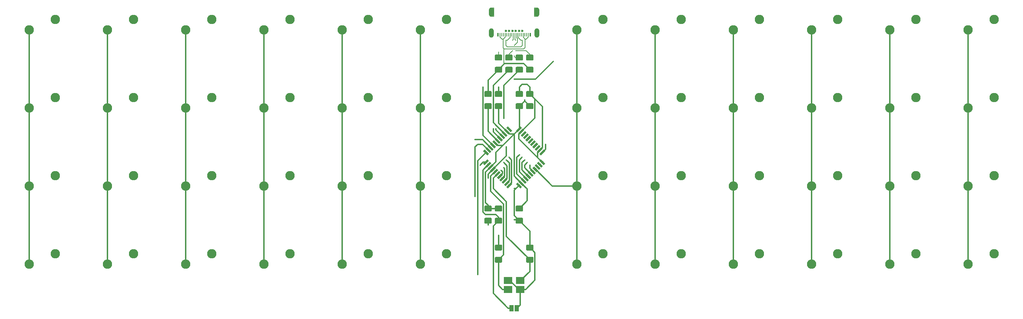
<source format=gtl>
G04 #@! TF.GenerationSoftware,KiCad,Pcbnew,(5.1.2)-2*
G04 #@! TF.CreationDate,2019-06-29T16:51:37+09:00*
G04 #@! TF.ProjectId,pcb,7063622e-6b69-4636-9164-5f7063625858,rev?*
G04 #@! TF.SameCoordinates,Original*
G04 #@! TF.FileFunction,Copper,L1,Top*
G04 #@! TF.FilePolarity,Positive*
%FSLAX46Y46*%
G04 Gerber Fmt 4.6, Leading zero omitted, Abs format (unit mm)*
G04 Created by KiCad (PCBNEW (5.1.2)-2) date 2019-06-29 16:51:37*
%MOMM*%
%LPD*%
G04 APERTURE LIST*
%ADD10C,2.286000*%
%ADD11R,1.000000X1.500000*%
%ADD12R,0.650000X0.260000*%
%ADD13R,0.250000X2.300000*%
%ADD14R,0.230000X0.850000*%
%ADD15C,0.600000*%
%ADD16R,0.460000X0.850000*%
%ADD17O,1.200000X2.300000*%
%ADD18C,0.100000*%
%ADD19C,1.425000*%
%ADD20C,0.550000*%
%ADD21R,2.100000X1.800000*%
%ADD22C,0.304800*%
%ADD23C,0.203200*%
%ADD24C,0.304800*%
%ADD25C,0.152400*%
G04 APERTURE END LIST*
D10*
X94615000Y-33020000D03*
X88265000Y-35560000D03*
X31115000Y-35560000D03*
X37465000Y-33020000D03*
X56515000Y-33020000D03*
X50165000Y-35560000D03*
X69215000Y-35560000D03*
X75565000Y-33020000D03*
X107315000Y-35560000D03*
X113665000Y-33020000D03*
X132715000Y-33020000D03*
X126365000Y-35560000D03*
D11*
X148575000Y-103505000D03*
X149875000Y-103505000D03*
D10*
X126365000Y-54610000D03*
X132715000Y-52070000D03*
D12*
X144055000Y-30257500D03*
X144055000Y-32297500D03*
D13*
X144255000Y-31277500D03*
D12*
X154445000Y-30257500D03*
D14*
X152625000Y-36802500D03*
D15*
X151225000Y-35877500D03*
X150425000Y-35877500D03*
X149625000Y-35877500D03*
X148825000Y-35877500D03*
X148025000Y-35877500D03*
X147225000Y-35877500D03*
D16*
X153140000Y-36802500D03*
D14*
X152225000Y-36802500D03*
X151825000Y-36802500D03*
X151425000Y-36802500D03*
X151025000Y-36802500D03*
X150625000Y-36802500D03*
X150225000Y-36802500D03*
X149825000Y-36802500D03*
X149425000Y-36802500D03*
X149025000Y-36802500D03*
X148625000Y-36802500D03*
X148225000Y-36802500D03*
X147825000Y-36802500D03*
X147425000Y-36802500D03*
X147025000Y-36802500D03*
X146625000Y-36802500D03*
X146225000Y-36802500D03*
X145825000Y-36802500D03*
D16*
X145310000Y-36802500D03*
D17*
X154775000Y-36327500D03*
X143675000Y-36327500D03*
X154775000Y-31277500D03*
X143675000Y-31277500D03*
D13*
X154195000Y-31277500D03*
D12*
X154445000Y-32297500D03*
D18*
G36*
X153684504Y-90946204D02*
G01*
X153708773Y-90949804D01*
X153732571Y-90955765D01*
X153755671Y-90964030D01*
X153777849Y-90974520D01*
X153798893Y-90987133D01*
X153818598Y-91001747D01*
X153836777Y-91018223D01*
X153853253Y-91036402D01*
X153867867Y-91056107D01*
X153880480Y-91077151D01*
X153890970Y-91099329D01*
X153899235Y-91122429D01*
X153905196Y-91146227D01*
X153908796Y-91170496D01*
X153910000Y-91195000D01*
X153910000Y-92120000D01*
X153908796Y-92144504D01*
X153905196Y-92168773D01*
X153899235Y-92192571D01*
X153890970Y-92215671D01*
X153880480Y-92237849D01*
X153867867Y-92258893D01*
X153853253Y-92278598D01*
X153836777Y-92296777D01*
X153818598Y-92313253D01*
X153798893Y-92327867D01*
X153777849Y-92340480D01*
X153755671Y-92350970D01*
X153732571Y-92359235D01*
X153708773Y-92365196D01*
X153684504Y-92368796D01*
X153660000Y-92370000D01*
X152410000Y-92370000D01*
X152385496Y-92368796D01*
X152361227Y-92365196D01*
X152337429Y-92359235D01*
X152314329Y-92350970D01*
X152292151Y-92340480D01*
X152271107Y-92327867D01*
X152251402Y-92313253D01*
X152233223Y-92296777D01*
X152216747Y-92278598D01*
X152202133Y-92258893D01*
X152189520Y-92237849D01*
X152179030Y-92215671D01*
X152170765Y-92192571D01*
X152164804Y-92168773D01*
X152161204Y-92144504D01*
X152160000Y-92120000D01*
X152160000Y-91195000D01*
X152161204Y-91170496D01*
X152164804Y-91146227D01*
X152170765Y-91122429D01*
X152179030Y-91099329D01*
X152189520Y-91077151D01*
X152202133Y-91056107D01*
X152216747Y-91036402D01*
X152233223Y-91018223D01*
X152251402Y-91001747D01*
X152271107Y-90987133D01*
X152292151Y-90974520D01*
X152314329Y-90964030D01*
X152337429Y-90955765D01*
X152361227Y-90949804D01*
X152385496Y-90946204D01*
X152410000Y-90945000D01*
X153660000Y-90945000D01*
X153684504Y-90946204D01*
X153684504Y-90946204D01*
G37*
D19*
X153035000Y-91657500D03*
D18*
G36*
X153684504Y-87971204D02*
G01*
X153708773Y-87974804D01*
X153732571Y-87980765D01*
X153755671Y-87989030D01*
X153777849Y-87999520D01*
X153798893Y-88012133D01*
X153818598Y-88026747D01*
X153836777Y-88043223D01*
X153853253Y-88061402D01*
X153867867Y-88081107D01*
X153880480Y-88102151D01*
X153890970Y-88124329D01*
X153899235Y-88147429D01*
X153905196Y-88171227D01*
X153908796Y-88195496D01*
X153910000Y-88220000D01*
X153910000Y-89145000D01*
X153908796Y-89169504D01*
X153905196Y-89193773D01*
X153899235Y-89217571D01*
X153890970Y-89240671D01*
X153880480Y-89262849D01*
X153867867Y-89283893D01*
X153853253Y-89303598D01*
X153836777Y-89321777D01*
X153818598Y-89338253D01*
X153798893Y-89352867D01*
X153777849Y-89365480D01*
X153755671Y-89375970D01*
X153732571Y-89384235D01*
X153708773Y-89390196D01*
X153684504Y-89393796D01*
X153660000Y-89395000D01*
X152410000Y-89395000D01*
X152385496Y-89393796D01*
X152361227Y-89390196D01*
X152337429Y-89384235D01*
X152314329Y-89375970D01*
X152292151Y-89365480D01*
X152271107Y-89352867D01*
X152251402Y-89338253D01*
X152233223Y-89321777D01*
X152216747Y-89303598D01*
X152202133Y-89283893D01*
X152189520Y-89262849D01*
X152179030Y-89240671D01*
X152170765Y-89217571D01*
X152164804Y-89193773D01*
X152161204Y-89169504D01*
X152160000Y-89145000D01*
X152160000Y-88220000D01*
X152161204Y-88195496D01*
X152164804Y-88171227D01*
X152170765Y-88147429D01*
X152179030Y-88124329D01*
X152189520Y-88102151D01*
X152202133Y-88081107D01*
X152216747Y-88061402D01*
X152233223Y-88043223D01*
X152251402Y-88026747D01*
X152271107Y-88012133D01*
X152292151Y-87999520D01*
X152314329Y-87989030D01*
X152337429Y-87980765D01*
X152361227Y-87974804D01*
X152385496Y-87971204D01*
X152410000Y-87970000D01*
X153660000Y-87970000D01*
X153684504Y-87971204D01*
X153684504Y-87971204D01*
G37*
D19*
X153035000Y-88682500D03*
D18*
G36*
X146064504Y-87971204D02*
G01*
X146088773Y-87974804D01*
X146112571Y-87980765D01*
X146135671Y-87989030D01*
X146157849Y-87999520D01*
X146178893Y-88012133D01*
X146198598Y-88026747D01*
X146216777Y-88043223D01*
X146233253Y-88061402D01*
X146247867Y-88081107D01*
X146260480Y-88102151D01*
X146270970Y-88124329D01*
X146279235Y-88147429D01*
X146285196Y-88171227D01*
X146288796Y-88195496D01*
X146290000Y-88220000D01*
X146290000Y-89145000D01*
X146288796Y-89169504D01*
X146285196Y-89193773D01*
X146279235Y-89217571D01*
X146270970Y-89240671D01*
X146260480Y-89262849D01*
X146247867Y-89283893D01*
X146233253Y-89303598D01*
X146216777Y-89321777D01*
X146198598Y-89338253D01*
X146178893Y-89352867D01*
X146157849Y-89365480D01*
X146135671Y-89375970D01*
X146112571Y-89384235D01*
X146088773Y-89390196D01*
X146064504Y-89393796D01*
X146040000Y-89395000D01*
X144790000Y-89395000D01*
X144765496Y-89393796D01*
X144741227Y-89390196D01*
X144717429Y-89384235D01*
X144694329Y-89375970D01*
X144672151Y-89365480D01*
X144651107Y-89352867D01*
X144631402Y-89338253D01*
X144613223Y-89321777D01*
X144596747Y-89303598D01*
X144582133Y-89283893D01*
X144569520Y-89262849D01*
X144559030Y-89240671D01*
X144550765Y-89217571D01*
X144544804Y-89193773D01*
X144541204Y-89169504D01*
X144540000Y-89145000D01*
X144540000Y-88220000D01*
X144541204Y-88195496D01*
X144544804Y-88171227D01*
X144550765Y-88147429D01*
X144559030Y-88124329D01*
X144569520Y-88102151D01*
X144582133Y-88081107D01*
X144596747Y-88061402D01*
X144613223Y-88043223D01*
X144631402Y-88026747D01*
X144651107Y-88012133D01*
X144672151Y-87999520D01*
X144694329Y-87989030D01*
X144717429Y-87980765D01*
X144741227Y-87974804D01*
X144765496Y-87971204D01*
X144790000Y-87970000D01*
X146040000Y-87970000D01*
X146064504Y-87971204D01*
X146064504Y-87971204D01*
G37*
D19*
X145415000Y-88682500D03*
D18*
G36*
X146064504Y-90946204D02*
G01*
X146088773Y-90949804D01*
X146112571Y-90955765D01*
X146135671Y-90964030D01*
X146157849Y-90974520D01*
X146178893Y-90987133D01*
X146198598Y-91001747D01*
X146216777Y-91018223D01*
X146233253Y-91036402D01*
X146247867Y-91056107D01*
X146260480Y-91077151D01*
X146270970Y-91099329D01*
X146279235Y-91122429D01*
X146285196Y-91146227D01*
X146288796Y-91170496D01*
X146290000Y-91195000D01*
X146290000Y-92120000D01*
X146288796Y-92144504D01*
X146285196Y-92168773D01*
X146279235Y-92192571D01*
X146270970Y-92215671D01*
X146260480Y-92237849D01*
X146247867Y-92258893D01*
X146233253Y-92278598D01*
X146216777Y-92296777D01*
X146198598Y-92313253D01*
X146178893Y-92327867D01*
X146157849Y-92340480D01*
X146135671Y-92350970D01*
X146112571Y-92359235D01*
X146088773Y-92365196D01*
X146064504Y-92368796D01*
X146040000Y-92370000D01*
X144790000Y-92370000D01*
X144765496Y-92368796D01*
X144741227Y-92365196D01*
X144717429Y-92359235D01*
X144694329Y-92350970D01*
X144672151Y-92340480D01*
X144651107Y-92327867D01*
X144631402Y-92313253D01*
X144613223Y-92296777D01*
X144596747Y-92278598D01*
X144582133Y-92258893D01*
X144569520Y-92237849D01*
X144559030Y-92215671D01*
X144550765Y-92192571D01*
X144544804Y-92168773D01*
X144541204Y-92144504D01*
X144540000Y-92120000D01*
X144540000Y-91195000D01*
X144541204Y-91170496D01*
X144544804Y-91146227D01*
X144550765Y-91122429D01*
X144559030Y-91099329D01*
X144569520Y-91077151D01*
X144582133Y-91056107D01*
X144596747Y-91036402D01*
X144613223Y-91018223D01*
X144631402Y-91001747D01*
X144651107Y-90987133D01*
X144672151Y-90974520D01*
X144694329Y-90964030D01*
X144717429Y-90955765D01*
X144741227Y-90949804D01*
X144765496Y-90946204D01*
X144790000Y-90945000D01*
X146040000Y-90945000D01*
X146064504Y-90946204D01*
X146064504Y-90946204D01*
G37*
D19*
X145415000Y-91657500D03*
D18*
G36*
X143524504Y-50506204D02*
G01*
X143548773Y-50509804D01*
X143572571Y-50515765D01*
X143595671Y-50524030D01*
X143617849Y-50534520D01*
X143638893Y-50547133D01*
X143658598Y-50561747D01*
X143676777Y-50578223D01*
X143693253Y-50596402D01*
X143707867Y-50616107D01*
X143720480Y-50637151D01*
X143730970Y-50659329D01*
X143739235Y-50682429D01*
X143745196Y-50706227D01*
X143748796Y-50730496D01*
X143750000Y-50755000D01*
X143750000Y-51680000D01*
X143748796Y-51704504D01*
X143745196Y-51728773D01*
X143739235Y-51752571D01*
X143730970Y-51775671D01*
X143720480Y-51797849D01*
X143707867Y-51818893D01*
X143693253Y-51838598D01*
X143676777Y-51856777D01*
X143658598Y-51873253D01*
X143638893Y-51887867D01*
X143617849Y-51900480D01*
X143595671Y-51910970D01*
X143572571Y-51919235D01*
X143548773Y-51925196D01*
X143524504Y-51928796D01*
X143500000Y-51930000D01*
X142250000Y-51930000D01*
X142225496Y-51928796D01*
X142201227Y-51925196D01*
X142177429Y-51919235D01*
X142154329Y-51910970D01*
X142132151Y-51900480D01*
X142111107Y-51887867D01*
X142091402Y-51873253D01*
X142073223Y-51856777D01*
X142056747Y-51838598D01*
X142042133Y-51818893D01*
X142029520Y-51797849D01*
X142019030Y-51775671D01*
X142010765Y-51752571D01*
X142004804Y-51728773D01*
X142001204Y-51704504D01*
X142000000Y-51680000D01*
X142000000Y-50755000D01*
X142001204Y-50730496D01*
X142004804Y-50706227D01*
X142010765Y-50682429D01*
X142019030Y-50659329D01*
X142029520Y-50637151D01*
X142042133Y-50616107D01*
X142056747Y-50596402D01*
X142073223Y-50578223D01*
X142091402Y-50561747D01*
X142111107Y-50547133D01*
X142132151Y-50534520D01*
X142154329Y-50524030D01*
X142177429Y-50515765D01*
X142201227Y-50509804D01*
X142225496Y-50506204D01*
X142250000Y-50505000D01*
X143500000Y-50505000D01*
X143524504Y-50506204D01*
X143524504Y-50506204D01*
G37*
D19*
X142875000Y-51217500D03*
D18*
G36*
X143524504Y-53481204D02*
G01*
X143548773Y-53484804D01*
X143572571Y-53490765D01*
X143595671Y-53499030D01*
X143617849Y-53509520D01*
X143638893Y-53522133D01*
X143658598Y-53536747D01*
X143676777Y-53553223D01*
X143693253Y-53571402D01*
X143707867Y-53591107D01*
X143720480Y-53612151D01*
X143730970Y-53634329D01*
X143739235Y-53657429D01*
X143745196Y-53681227D01*
X143748796Y-53705496D01*
X143750000Y-53730000D01*
X143750000Y-54655000D01*
X143748796Y-54679504D01*
X143745196Y-54703773D01*
X143739235Y-54727571D01*
X143730970Y-54750671D01*
X143720480Y-54772849D01*
X143707867Y-54793893D01*
X143693253Y-54813598D01*
X143676777Y-54831777D01*
X143658598Y-54848253D01*
X143638893Y-54862867D01*
X143617849Y-54875480D01*
X143595671Y-54885970D01*
X143572571Y-54894235D01*
X143548773Y-54900196D01*
X143524504Y-54903796D01*
X143500000Y-54905000D01*
X142250000Y-54905000D01*
X142225496Y-54903796D01*
X142201227Y-54900196D01*
X142177429Y-54894235D01*
X142154329Y-54885970D01*
X142132151Y-54875480D01*
X142111107Y-54862867D01*
X142091402Y-54848253D01*
X142073223Y-54831777D01*
X142056747Y-54813598D01*
X142042133Y-54793893D01*
X142029520Y-54772849D01*
X142019030Y-54750671D01*
X142010765Y-54727571D01*
X142004804Y-54703773D01*
X142001204Y-54679504D01*
X142000000Y-54655000D01*
X142000000Y-53730000D01*
X142001204Y-53705496D01*
X142004804Y-53681227D01*
X142010765Y-53657429D01*
X142019030Y-53634329D01*
X142029520Y-53612151D01*
X142042133Y-53591107D01*
X142056747Y-53571402D01*
X142073223Y-53553223D01*
X142091402Y-53536747D01*
X142111107Y-53522133D01*
X142132151Y-53509520D01*
X142154329Y-53499030D01*
X142177429Y-53490765D01*
X142201227Y-53484804D01*
X142225496Y-53481204D01*
X142250000Y-53480000D01*
X143500000Y-53480000D01*
X143524504Y-53481204D01*
X143524504Y-53481204D01*
G37*
D19*
X142875000Y-54192500D03*
D18*
G36*
X146064504Y-53481204D02*
G01*
X146088773Y-53484804D01*
X146112571Y-53490765D01*
X146135671Y-53499030D01*
X146157849Y-53509520D01*
X146178893Y-53522133D01*
X146198598Y-53536747D01*
X146216777Y-53553223D01*
X146233253Y-53571402D01*
X146247867Y-53591107D01*
X146260480Y-53612151D01*
X146270970Y-53634329D01*
X146279235Y-53657429D01*
X146285196Y-53681227D01*
X146288796Y-53705496D01*
X146290000Y-53730000D01*
X146290000Y-54655000D01*
X146288796Y-54679504D01*
X146285196Y-54703773D01*
X146279235Y-54727571D01*
X146270970Y-54750671D01*
X146260480Y-54772849D01*
X146247867Y-54793893D01*
X146233253Y-54813598D01*
X146216777Y-54831777D01*
X146198598Y-54848253D01*
X146178893Y-54862867D01*
X146157849Y-54875480D01*
X146135671Y-54885970D01*
X146112571Y-54894235D01*
X146088773Y-54900196D01*
X146064504Y-54903796D01*
X146040000Y-54905000D01*
X144790000Y-54905000D01*
X144765496Y-54903796D01*
X144741227Y-54900196D01*
X144717429Y-54894235D01*
X144694329Y-54885970D01*
X144672151Y-54875480D01*
X144651107Y-54862867D01*
X144631402Y-54848253D01*
X144613223Y-54831777D01*
X144596747Y-54813598D01*
X144582133Y-54793893D01*
X144569520Y-54772849D01*
X144559030Y-54750671D01*
X144550765Y-54727571D01*
X144544804Y-54703773D01*
X144541204Y-54679504D01*
X144540000Y-54655000D01*
X144540000Y-53730000D01*
X144541204Y-53705496D01*
X144544804Y-53681227D01*
X144550765Y-53657429D01*
X144559030Y-53634329D01*
X144569520Y-53612151D01*
X144582133Y-53591107D01*
X144596747Y-53571402D01*
X144613223Y-53553223D01*
X144631402Y-53536747D01*
X144651107Y-53522133D01*
X144672151Y-53509520D01*
X144694329Y-53499030D01*
X144717429Y-53490765D01*
X144741227Y-53484804D01*
X144765496Y-53481204D01*
X144790000Y-53480000D01*
X146040000Y-53480000D01*
X146064504Y-53481204D01*
X146064504Y-53481204D01*
G37*
D19*
X145415000Y-54192500D03*
D18*
G36*
X146064504Y-50506204D02*
G01*
X146088773Y-50509804D01*
X146112571Y-50515765D01*
X146135671Y-50524030D01*
X146157849Y-50534520D01*
X146178893Y-50547133D01*
X146198598Y-50561747D01*
X146216777Y-50578223D01*
X146233253Y-50596402D01*
X146247867Y-50616107D01*
X146260480Y-50637151D01*
X146270970Y-50659329D01*
X146279235Y-50682429D01*
X146285196Y-50706227D01*
X146288796Y-50730496D01*
X146290000Y-50755000D01*
X146290000Y-51680000D01*
X146288796Y-51704504D01*
X146285196Y-51728773D01*
X146279235Y-51752571D01*
X146270970Y-51775671D01*
X146260480Y-51797849D01*
X146247867Y-51818893D01*
X146233253Y-51838598D01*
X146216777Y-51856777D01*
X146198598Y-51873253D01*
X146178893Y-51887867D01*
X146157849Y-51900480D01*
X146135671Y-51910970D01*
X146112571Y-51919235D01*
X146088773Y-51925196D01*
X146064504Y-51928796D01*
X146040000Y-51930000D01*
X144790000Y-51930000D01*
X144765496Y-51928796D01*
X144741227Y-51925196D01*
X144717429Y-51919235D01*
X144694329Y-51910970D01*
X144672151Y-51900480D01*
X144651107Y-51887867D01*
X144631402Y-51873253D01*
X144613223Y-51856777D01*
X144596747Y-51838598D01*
X144582133Y-51818893D01*
X144569520Y-51797849D01*
X144559030Y-51775671D01*
X144550765Y-51752571D01*
X144544804Y-51728773D01*
X144541204Y-51704504D01*
X144540000Y-51680000D01*
X144540000Y-50755000D01*
X144541204Y-50730496D01*
X144544804Y-50706227D01*
X144550765Y-50682429D01*
X144559030Y-50659329D01*
X144569520Y-50637151D01*
X144582133Y-50616107D01*
X144596747Y-50596402D01*
X144613223Y-50578223D01*
X144631402Y-50561747D01*
X144651107Y-50547133D01*
X144672151Y-50534520D01*
X144694329Y-50524030D01*
X144717429Y-50515765D01*
X144741227Y-50509804D01*
X144765496Y-50506204D01*
X144790000Y-50505000D01*
X146040000Y-50505000D01*
X146064504Y-50506204D01*
X146064504Y-50506204D01*
G37*
D19*
X145415000Y-51217500D03*
D18*
G36*
X153684504Y-53481204D02*
G01*
X153708773Y-53484804D01*
X153732571Y-53490765D01*
X153755671Y-53499030D01*
X153777849Y-53509520D01*
X153798893Y-53522133D01*
X153818598Y-53536747D01*
X153836777Y-53553223D01*
X153853253Y-53571402D01*
X153867867Y-53591107D01*
X153880480Y-53612151D01*
X153890970Y-53634329D01*
X153899235Y-53657429D01*
X153905196Y-53681227D01*
X153908796Y-53705496D01*
X153910000Y-53730000D01*
X153910000Y-54655000D01*
X153908796Y-54679504D01*
X153905196Y-54703773D01*
X153899235Y-54727571D01*
X153890970Y-54750671D01*
X153880480Y-54772849D01*
X153867867Y-54793893D01*
X153853253Y-54813598D01*
X153836777Y-54831777D01*
X153818598Y-54848253D01*
X153798893Y-54862867D01*
X153777849Y-54875480D01*
X153755671Y-54885970D01*
X153732571Y-54894235D01*
X153708773Y-54900196D01*
X153684504Y-54903796D01*
X153660000Y-54905000D01*
X152410000Y-54905000D01*
X152385496Y-54903796D01*
X152361227Y-54900196D01*
X152337429Y-54894235D01*
X152314329Y-54885970D01*
X152292151Y-54875480D01*
X152271107Y-54862867D01*
X152251402Y-54848253D01*
X152233223Y-54831777D01*
X152216747Y-54813598D01*
X152202133Y-54793893D01*
X152189520Y-54772849D01*
X152179030Y-54750671D01*
X152170765Y-54727571D01*
X152164804Y-54703773D01*
X152161204Y-54679504D01*
X152160000Y-54655000D01*
X152160000Y-53730000D01*
X152161204Y-53705496D01*
X152164804Y-53681227D01*
X152170765Y-53657429D01*
X152179030Y-53634329D01*
X152189520Y-53612151D01*
X152202133Y-53591107D01*
X152216747Y-53571402D01*
X152233223Y-53553223D01*
X152251402Y-53536747D01*
X152271107Y-53522133D01*
X152292151Y-53509520D01*
X152314329Y-53499030D01*
X152337429Y-53490765D01*
X152361227Y-53484804D01*
X152385496Y-53481204D01*
X152410000Y-53480000D01*
X153660000Y-53480000D01*
X153684504Y-53481204D01*
X153684504Y-53481204D01*
G37*
D19*
X153035000Y-54192500D03*
D18*
G36*
X153684504Y-50506204D02*
G01*
X153708773Y-50509804D01*
X153732571Y-50515765D01*
X153755671Y-50524030D01*
X153777849Y-50534520D01*
X153798893Y-50547133D01*
X153818598Y-50561747D01*
X153836777Y-50578223D01*
X153853253Y-50596402D01*
X153867867Y-50616107D01*
X153880480Y-50637151D01*
X153890970Y-50659329D01*
X153899235Y-50682429D01*
X153905196Y-50706227D01*
X153908796Y-50730496D01*
X153910000Y-50755000D01*
X153910000Y-51680000D01*
X153908796Y-51704504D01*
X153905196Y-51728773D01*
X153899235Y-51752571D01*
X153890970Y-51775671D01*
X153880480Y-51797849D01*
X153867867Y-51818893D01*
X153853253Y-51838598D01*
X153836777Y-51856777D01*
X153818598Y-51873253D01*
X153798893Y-51887867D01*
X153777849Y-51900480D01*
X153755671Y-51910970D01*
X153732571Y-51919235D01*
X153708773Y-51925196D01*
X153684504Y-51928796D01*
X153660000Y-51930000D01*
X152410000Y-51930000D01*
X152385496Y-51928796D01*
X152361227Y-51925196D01*
X152337429Y-51919235D01*
X152314329Y-51910970D01*
X152292151Y-51900480D01*
X152271107Y-51887867D01*
X152251402Y-51873253D01*
X152233223Y-51856777D01*
X152216747Y-51838598D01*
X152202133Y-51818893D01*
X152189520Y-51797849D01*
X152179030Y-51775671D01*
X152170765Y-51752571D01*
X152164804Y-51728773D01*
X152161204Y-51704504D01*
X152160000Y-51680000D01*
X152160000Y-50755000D01*
X152161204Y-50730496D01*
X152164804Y-50706227D01*
X152170765Y-50682429D01*
X152179030Y-50659329D01*
X152189520Y-50637151D01*
X152202133Y-50616107D01*
X152216747Y-50596402D01*
X152233223Y-50578223D01*
X152251402Y-50561747D01*
X152271107Y-50547133D01*
X152292151Y-50534520D01*
X152314329Y-50524030D01*
X152337429Y-50515765D01*
X152361227Y-50509804D01*
X152385496Y-50506204D01*
X152410000Y-50505000D01*
X153660000Y-50505000D01*
X153684504Y-50506204D01*
X153684504Y-50506204D01*
G37*
D19*
X153035000Y-51217500D03*
D18*
G36*
X143524504Y-81421204D02*
G01*
X143548773Y-81424804D01*
X143572571Y-81430765D01*
X143595671Y-81439030D01*
X143617849Y-81449520D01*
X143638893Y-81462133D01*
X143658598Y-81476747D01*
X143676777Y-81493223D01*
X143693253Y-81511402D01*
X143707867Y-81531107D01*
X143720480Y-81552151D01*
X143730970Y-81574329D01*
X143739235Y-81597429D01*
X143745196Y-81621227D01*
X143748796Y-81645496D01*
X143750000Y-81670000D01*
X143750000Y-82595000D01*
X143748796Y-82619504D01*
X143745196Y-82643773D01*
X143739235Y-82667571D01*
X143730970Y-82690671D01*
X143720480Y-82712849D01*
X143707867Y-82733893D01*
X143693253Y-82753598D01*
X143676777Y-82771777D01*
X143658598Y-82788253D01*
X143638893Y-82802867D01*
X143617849Y-82815480D01*
X143595671Y-82825970D01*
X143572571Y-82834235D01*
X143548773Y-82840196D01*
X143524504Y-82843796D01*
X143500000Y-82845000D01*
X142250000Y-82845000D01*
X142225496Y-82843796D01*
X142201227Y-82840196D01*
X142177429Y-82834235D01*
X142154329Y-82825970D01*
X142132151Y-82815480D01*
X142111107Y-82802867D01*
X142091402Y-82788253D01*
X142073223Y-82771777D01*
X142056747Y-82753598D01*
X142042133Y-82733893D01*
X142029520Y-82712849D01*
X142019030Y-82690671D01*
X142010765Y-82667571D01*
X142004804Y-82643773D01*
X142001204Y-82619504D01*
X142000000Y-82595000D01*
X142000000Y-81670000D01*
X142001204Y-81645496D01*
X142004804Y-81621227D01*
X142010765Y-81597429D01*
X142019030Y-81574329D01*
X142029520Y-81552151D01*
X142042133Y-81531107D01*
X142056747Y-81511402D01*
X142073223Y-81493223D01*
X142091402Y-81476747D01*
X142111107Y-81462133D01*
X142132151Y-81449520D01*
X142154329Y-81439030D01*
X142177429Y-81430765D01*
X142201227Y-81424804D01*
X142225496Y-81421204D01*
X142250000Y-81420000D01*
X143500000Y-81420000D01*
X143524504Y-81421204D01*
X143524504Y-81421204D01*
G37*
D19*
X142875000Y-82132500D03*
D18*
G36*
X143524504Y-78446204D02*
G01*
X143548773Y-78449804D01*
X143572571Y-78455765D01*
X143595671Y-78464030D01*
X143617849Y-78474520D01*
X143638893Y-78487133D01*
X143658598Y-78501747D01*
X143676777Y-78518223D01*
X143693253Y-78536402D01*
X143707867Y-78556107D01*
X143720480Y-78577151D01*
X143730970Y-78599329D01*
X143739235Y-78622429D01*
X143745196Y-78646227D01*
X143748796Y-78670496D01*
X143750000Y-78695000D01*
X143750000Y-79620000D01*
X143748796Y-79644504D01*
X143745196Y-79668773D01*
X143739235Y-79692571D01*
X143730970Y-79715671D01*
X143720480Y-79737849D01*
X143707867Y-79758893D01*
X143693253Y-79778598D01*
X143676777Y-79796777D01*
X143658598Y-79813253D01*
X143638893Y-79827867D01*
X143617849Y-79840480D01*
X143595671Y-79850970D01*
X143572571Y-79859235D01*
X143548773Y-79865196D01*
X143524504Y-79868796D01*
X143500000Y-79870000D01*
X142250000Y-79870000D01*
X142225496Y-79868796D01*
X142201227Y-79865196D01*
X142177429Y-79859235D01*
X142154329Y-79850970D01*
X142132151Y-79840480D01*
X142111107Y-79827867D01*
X142091402Y-79813253D01*
X142073223Y-79796777D01*
X142056747Y-79778598D01*
X142042133Y-79758893D01*
X142029520Y-79737849D01*
X142019030Y-79715671D01*
X142010765Y-79692571D01*
X142004804Y-79668773D01*
X142001204Y-79644504D01*
X142000000Y-79620000D01*
X142000000Y-78695000D01*
X142001204Y-78670496D01*
X142004804Y-78646227D01*
X142010765Y-78622429D01*
X142019030Y-78599329D01*
X142029520Y-78577151D01*
X142042133Y-78556107D01*
X142056747Y-78536402D01*
X142073223Y-78518223D01*
X142091402Y-78501747D01*
X142111107Y-78487133D01*
X142132151Y-78474520D01*
X142154329Y-78464030D01*
X142177429Y-78455765D01*
X142201227Y-78449804D01*
X142225496Y-78446204D01*
X142250000Y-78445000D01*
X143500000Y-78445000D01*
X143524504Y-78446204D01*
X143524504Y-78446204D01*
G37*
D19*
X142875000Y-79157500D03*
D18*
G36*
X151144504Y-78446204D02*
G01*
X151168773Y-78449804D01*
X151192571Y-78455765D01*
X151215671Y-78464030D01*
X151237849Y-78474520D01*
X151258893Y-78487133D01*
X151278598Y-78501747D01*
X151296777Y-78518223D01*
X151313253Y-78536402D01*
X151327867Y-78556107D01*
X151340480Y-78577151D01*
X151350970Y-78599329D01*
X151359235Y-78622429D01*
X151365196Y-78646227D01*
X151368796Y-78670496D01*
X151370000Y-78695000D01*
X151370000Y-79620000D01*
X151368796Y-79644504D01*
X151365196Y-79668773D01*
X151359235Y-79692571D01*
X151350970Y-79715671D01*
X151340480Y-79737849D01*
X151327867Y-79758893D01*
X151313253Y-79778598D01*
X151296777Y-79796777D01*
X151278598Y-79813253D01*
X151258893Y-79827867D01*
X151237849Y-79840480D01*
X151215671Y-79850970D01*
X151192571Y-79859235D01*
X151168773Y-79865196D01*
X151144504Y-79868796D01*
X151120000Y-79870000D01*
X149870000Y-79870000D01*
X149845496Y-79868796D01*
X149821227Y-79865196D01*
X149797429Y-79859235D01*
X149774329Y-79850970D01*
X149752151Y-79840480D01*
X149731107Y-79827867D01*
X149711402Y-79813253D01*
X149693223Y-79796777D01*
X149676747Y-79778598D01*
X149662133Y-79758893D01*
X149649520Y-79737849D01*
X149639030Y-79715671D01*
X149630765Y-79692571D01*
X149624804Y-79668773D01*
X149621204Y-79644504D01*
X149620000Y-79620000D01*
X149620000Y-78695000D01*
X149621204Y-78670496D01*
X149624804Y-78646227D01*
X149630765Y-78622429D01*
X149639030Y-78599329D01*
X149649520Y-78577151D01*
X149662133Y-78556107D01*
X149676747Y-78536402D01*
X149693223Y-78518223D01*
X149711402Y-78501747D01*
X149731107Y-78487133D01*
X149752151Y-78474520D01*
X149774329Y-78464030D01*
X149797429Y-78455765D01*
X149821227Y-78449804D01*
X149845496Y-78446204D01*
X149870000Y-78445000D01*
X151120000Y-78445000D01*
X151144504Y-78446204D01*
X151144504Y-78446204D01*
G37*
D19*
X150495000Y-79157500D03*
D18*
G36*
X151144504Y-81421204D02*
G01*
X151168773Y-81424804D01*
X151192571Y-81430765D01*
X151215671Y-81439030D01*
X151237849Y-81449520D01*
X151258893Y-81462133D01*
X151278598Y-81476747D01*
X151296777Y-81493223D01*
X151313253Y-81511402D01*
X151327867Y-81531107D01*
X151340480Y-81552151D01*
X151350970Y-81574329D01*
X151359235Y-81597429D01*
X151365196Y-81621227D01*
X151368796Y-81645496D01*
X151370000Y-81670000D01*
X151370000Y-82595000D01*
X151368796Y-82619504D01*
X151365196Y-82643773D01*
X151359235Y-82667571D01*
X151350970Y-82690671D01*
X151340480Y-82712849D01*
X151327867Y-82733893D01*
X151313253Y-82753598D01*
X151296777Y-82771777D01*
X151278598Y-82788253D01*
X151258893Y-82802867D01*
X151237849Y-82815480D01*
X151215671Y-82825970D01*
X151192571Y-82834235D01*
X151168773Y-82840196D01*
X151144504Y-82843796D01*
X151120000Y-82845000D01*
X149870000Y-82845000D01*
X149845496Y-82843796D01*
X149821227Y-82840196D01*
X149797429Y-82834235D01*
X149774329Y-82825970D01*
X149752151Y-82815480D01*
X149731107Y-82802867D01*
X149711402Y-82788253D01*
X149693223Y-82771777D01*
X149676747Y-82753598D01*
X149662133Y-82733893D01*
X149649520Y-82712849D01*
X149639030Y-82690671D01*
X149630765Y-82667571D01*
X149624804Y-82643773D01*
X149621204Y-82619504D01*
X149620000Y-82595000D01*
X149620000Y-81670000D01*
X149621204Y-81645496D01*
X149624804Y-81621227D01*
X149630765Y-81597429D01*
X149639030Y-81574329D01*
X149649520Y-81552151D01*
X149662133Y-81531107D01*
X149676747Y-81511402D01*
X149693223Y-81493223D01*
X149711402Y-81476747D01*
X149731107Y-81462133D01*
X149752151Y-81449520D01*
X149774329Y-81439030D01*
X149797429Y-81430765D01*
X149821227Y-81424804D01*
X149845496Y-81421204D01*
X149870000Y-81420000D01*
X151120000Y-81420000D01*
X151144504Y-81421204D01*
X151144504Y-81421204D01*
G37*
D19*
X150495000Y-82132500D03*
D18*
G36*
X151144504Y-50506204D02*
G01*
X151168773Y-50509804D01*
X151192571Y-50515765D01*
X151215671Y-50524030D01*
X151237849Y-50534520D01*
X151258893Y-50547133D01*
X151278598Y-50561747D01*
X151296777Y-50578223D01*
X151313253Y-50596402D01*
X151327867Y-50616107D01*
X151340480Y-50637151D01*
X151350970Y-50659329D01*
X151359235Y-50682429D01*
X151365196Y-50706227D01*
X151368796Y-50730496D01*
X151370000Y-50755000D01*
X151370000Y-51680000D01*
X151368796Y-51704504D01*
X151365196Y-51728773D01*
X151359235Y-51752571D01*
X151350970Y-51775671D01*
X151340480Y-51797849D01*
X151327867Y-51818893D01*
X151313253Y-51838598D01*
X151296777Y-51856777D01*
X151278598Y-51873253D01*
X151258893Y-51887867D01*
X151237849Y-51900480D01*
X151215671Y-51910970D01*
X151192571Y-51919235D01*
X151168773Y-51925196D01*
X151144504Y-51928796D01*
X151120000Y-51930000D01*
X149870000Y-51930000D01*
X149845496Y-51928796D01*
X149821227Y-51925196D01*
X149797429Y-51919235D01*
X149774329Y-51910970D01*
X149752151Y-51900480D01*
X149731107Y-51887867D01*
X149711402Y-51873253D01*
X149693223Y-51856777D01*
X149676747Y-51838598D01*
X149662133Y-51818893D01*
X149649520Y-51797849D01*
X149639030Y-51775671D01*
X149630765Y-51752571D01*
X149624804Y-51728773D01*
X149621204Y-51704504D01*
X149620000Y-51680000D01*
X149620000Y-50755000D01*
X149621204Y-50730496D01*
X149624804Y-50706227D01*
X149630765Y-50682429D01*
X149639030Y-50659329D01*
X149649520Y-50637151D01*
X149662133Y-50616107D01*
X149676747Y-50596402D01*
X149693223Y-50578223D01*
X149711402Y-50561747D01*
X149731107Y-50547133D01*
X149752151Y-50534520D01*
X149774329Y-50524030D01*
X149797429Y-50515765D01*
X149821227Y-50509804D01*
X149845496Y-50506204D01*
X149870000Y-50505000D01*
X151120000Y-50505000D01*
X151144504Y-50506204D01*
X151144504Y-50506204D01*
G37*
D19*
X150495000Y-51217500D03*
D18*
G36*
X151144504Y-53481204D02*
G01*
X151168773Y-53484804D01*
X151192571Y-53490765D01*
X151215671Y-53499030D01*
X151237849Y-53509520D01*
X151258893Y-53522133D01*
X151278598Y-53536747D01*
X151296777Y-53553223D01*
X151313253Y-53571402D01*
X151327867Y-53591107D01*
X151340480Y-53612151D01*
X151350970Y-53634329D01*
X151359235Y-53657429D01*
X151365196Y-53681227D01*
X151368796Y-53705496D01*
X151370000Y-53730000D01*
X151370000Y-54655000D01*
X151368796Y-54679504D01*
X151365196Y-54703773D01*
X151359235Y-54727571D01*
X151350970Y-54750671D01*
X151340480Y-54772849D01*
X151327867Y-54793893D01*
X151313253Y-54813598D01*
X151296777Y-54831777D01*
X151278598Y-54848253D01*
X151258893Y-54862867D01*
X151237849Y-54875480D01*
X151215671Y-54885970D01*
X151192571Y-54894235D01*
X151168773Y-54900196D01*
X151144504Y-54903796D01*
X151120000Y-54905000D01*
X149870000Y-54905000D01*
X149845496Y-54903796D01*
X149821227Y-54900196D01*
X149797429Y-54894235D01*
X149774329Y-54885970D01*
X149752151Y-54875480D01*
X149731107Y-54862867D01*
X149711402Y-54848253D01*
X149693223Y-54831777D01*
X149676747Y-54813598D01*
X149662133Y-54793893D01*
X149649520Y-54772849D01*
X149639030Y-54750671D01*
X149630765Y-54727571D01*
X149624804Y-54703773D01*
X149621204Y-54679504D01*
X149620000Y-54655000D01*
X149620000Y-53730000D01*
X149621204Y-53705496D01*
X149624804Y-53681227D01*
X149630765Y-53657429D01*
X149639030Y-53634329D01*
X149649520Y-53612151D01*
X149662133Y-53591107D01*
X149676747Y-53571402D01*
X149693223Y-53553223D01*
X149711402Y-53536747D01*
X149731107Y-53522133D01*
X149752151Y-53509520D01*
X149774329Y-53499030D01*
X149797429Y-53490765D01*
X149821227Y-53484804D01*
X149845496Y-53481204D01*
X149870000Y-53480000D01*
X151120000Y-53480000D01*
X151144504Y-53481204D01*
X151144504Y-53481204D01*
G37*
D19*
X150495000Y-54192500D03*
D18*
G36*
X153684504Y-41616204D02*
G01*
X153708773Y-41619804D01*
X153732571Y-41625765D01*
X153755671Y-41634030D01*
X153777849Y-41644520D01*
X153798893Y-41657133D01*
X153818598Y-41671747D01*
X153836777Y-41688223D01*
X153853253Y-41706402D01*
X153867867Y-41726107D01*
X153880480Y-41747151D01*
X153890970Y-41769329D01*
X153899235Y-41792429D01*
X153905196Y-41816227D01*
X153908796Y-41840496D01*
X153910000Y-41865000D01*
X153910000Y-42790000D01*
X153908796Y-42814504D01*
X153905196Y-42838773D01*
X153899235Y-42862571D01*
X153890970Y-42885671D01*
X153880480Y-42907849D01*
X153867867Y-42928893D01*
X153853253Y-42948598D01*
X153836777Y-42966777D01*
X153818598Y-42983253D01*
X153798893Y-42997867D01*
X153777849Y-43010480D01*
X153755671Y-43020970D01*
X153732571Y-43029235D01*
X153708773Y-43035196D01*
X153684504Y-43038796D01*
X153660000Y-43040000D01*
X152410000Y-43040000D01*
X152385496Y-43038796D01*
X152361227Y-43035196D01*
X152337429Y-43029235D01*
X152314329Y-43020970D01*
X152292151Y-43010480D01*
X152271107Y-42997867D01*
X152251402Y-42983253D01*
X152233223Y-42966777D01*
X152216747Y-42948598D01*
X152202133Y-42928893D01*
X152189520Y-42907849D01*
X152179030Y-42885671D01*
X152170765Y-42862571D01*
X152164804Y-42838773D01*
X152161204Y-42814504D01*
X152160000Y-42790000D01*
X152160000Y-41865000D01*
X152161204Y-41840496D01*
X152164804Y-41816227D01*
X152170765Y-41792429D01*
X152179030Y-41769329D01*
X152189520Y-41747151D01*
X152202133Y-41726107D01*
X152216747Y-41706402D01*
X152233223Y-41688223D01*
X152251402Y-41671747D01*
X152271107Y-41657133D01*
X152292151Y-41644520D01*
X152314329Y-41634030D01*
X152337429Y-41625765D01*
X152361227Y-41619804D01*
X152385496Y-41616204D01*
X152410000Y-41615000D01*
X153660000Y-41615000D01*
X153684504Y-41616204D01*
X153684504Y-41616204D01*
G37*
D19*
X153035000Y-42327500D03*
D18*
G36*
X153684504Y-44591204D02*
G01*
X153708773Y-44594804D01*
X153732571Y-44600765D01*
X153755671Y-44609030D01*
X153777849Y-44619520D01*
X153798893Y-44632133D01*
X153818598Y-44646747D01*
X153836777Y-44663223D01*
X153853253Y-44681402D01*
X153867867Y-44701107D01*
X153880480Y-44722151D01*
X153890970Y-44744329D01*
X153899235Y-44767429D01*
X153905196Y-44791227D01*
X153908796Y-44815496D01*
X153910000Y-44840000D01*
X153910000Y-45765000D01*
X153908796Y-45789504D01*
X153905196Y-45813773D01*
X153899235Y-45837571D01*
X153890970Y-45860671D01*
X153880480Y-45882849D01*
X153867867Y-45903893D01*
X153853253Y-45923598D01*
X153836777Y-45941777D01*
X153818598Y-45958253D01*
X153798893Y-45972867D01*
X153777849Y-45985480D01*
X153755671Y-45995970D01*
X153732571Y-46004235D01*
X153708773Y-46010196D01*
X153684504Y-46013796D01*
X153660000Y-46015000D01*
X152410000Y-46015000D01*
X152385496Y-46013796D01*
X152361227Y-46010196D01*
X152337429Y-46004235D01*
X152314329Y-45995970D01*
X152292151Y-45985480D01*
X152271107Y-45972867D01*
X152251402Y-45958253D01*
X152233223Y-45941777D01*
X152216747Y-45923598D01*
X152202133Y-45903893D01*
X152189520Y-45882849D01*
X152179030Y-45860671D01*
X152170765Y-45837571D01*
X152164804Y-45813773D01*
X152161204Y-45789504D01*
X152160000Y-45765000D01*
X152160000Y-44840000D01*
X152161204Y-44815496D01*
X152164804Y-44791227D01*
X152170765Y-44767429D01*
X152179030Y-44744329D01*
X152189520Y-44722151D01*
X152202133Y-44701107D01*
X152216747Y-44681402D01*
X152233223Y-44663223D01*
X152251402Y-44646747D01*
X152271107Y-44632133D01*
X152292151Y-44619520D01*
X152314329Y-44609030D01*
X152337429Y-44600765D01*
X152361227Y-44594804D01*
X152385496Y-44591204D01*
X152410000Y-44590000D01*
X153660000Y-44590000D01*
X153684504Y-44591204D01*
X153684504Y-44591204D01*
G37*
D19*
X153035000Y-45302500D03*
D18*
G36*
X146064504Y-44591204D02*
G01*
X146088773Y-44594804D01*
X146112571Y-44600765D01*
X146135671Y-44609030D01*
X146157849Y-44619520D01*
X146178893Y-44632133D01*
X146198598Y-44646747D01*
X146216777Y-44663223D01*
X146233253Y-44681402D01*
X146247867Y-44701107D01*
X146260480Y-44722151D01*
X146270970Y-44744329D01*
X146279235Y-44767429D01*
X146285196Y-44791227D01*
X146288796Y-44815496D01*
X146290000Y-44840000D01*
X146290000Y-45765000D01*
X146288796Y-45789504D01*
X146285196Y-45813773D01*
X146279235Y-45837571D01*
X146270970Y-45860671D01*
X146260480Y-45882849D01*
X146247867Y-45903893D01*
X146233253Y-45923598D01*
X146216777Y-45941777D01*
X146198598Y-45958253D01*
X146178893Y-45972867D01*
X146157849Y-45985480D01*
X146135671Y-45995970D01*
X146112571Y-46004235D01*
X146088773Y-46010196D01*
X146064504Y-46013796D01*
X146040000Y-46015000D01*
X144790000Y-46015000D01*
X144765496Y-46013796D01*
X144741227Y-46010196D01*
X144717429Y-46004235D01*
X144694329Y-45995970D01*
X144672151Y-45985480D01*
X144651107Y-45972867D01*
X144631402Y-45958253D01*
X144613223Y-45941777D01*
X144596747Y-45923598D01*
X144582133Y-45903893D01*
X144569520Y-45882849D01*
X144559030Y-45860671D01*
X144550765Y-45837571D01*
X144544804Y-45813773D01*
X144541204Y-45789504D01*
X144540000Y-45765000D01*
X144540000Y-44840000D01*
X144541204Y-44815496D01*
X144544804Y-44791227D01*
X144550765Y-44767429D01*
X144559030Y-44744329D01*
X144569520Y-44722151D01*
X144582133Y-44701107D01*
X144596747Y-44681402D01*
X144613223Y-44663223D01*
X144631402Y-44646747D01*
X144651107Y-44632133D01*
X144672151Y-44619520D01*
X144694329Y-44609030D01*
X144717429Y-44600765D01*
X144741227Y-44594804D01*
X144765496Y-44591204D01*
X144790000Y-44590000D01*
X146040000Y-44590000D01*
X146064504Y-44591204D01*
X146064504Y-44591204D01*
G37*
D19*
X145415000Y-45302500D03*
D18*
G36*
X146064504Y-41616204D02*
G01*
X146088773Y-41619804D01*
X146112571Y-41625765D01*
X146135671Y-41634030D01*
X146157849Y-41644520D01*
X146178893Y-41657133D01*
X146198598Y-41671747D01*
X146216777Y-41688223D01*
X146233253Y-41706402D01*
X146247867Y-41726107D01*
X146260480Y-41747151D01*
X146270970Y-41769329D01*
X146279235Y-41792429D01*
X146285196Y-41816227D01*
X146288796Y-41840496D01*
X146290000Y-41865000D01*
X146290000Y-42790000D01*
X146288796Y-42814504D01*
X146285196Y-42838773D01*
X146279235Y-42862571D01*
X146270970Y-42885671D01*
X146260480Y-42907849D01*
X146247867Y-42928893D01*
X146233253Y-42948598D01*
X146216777Y-42966777D01*
X146198598Y-42983253D01*
X146178893Y-42997867D01*
X146157849Y-43010480D01*
X146135671Y-43020970D01*
X146112571Y-43029235D01*
X146088773Y-43035196D01*
X146064504Y-43038796D01*
X146040000Y-43040000D01*
X144790000Y-43040000D01*
X144765496Y-43038796D01*
X144741227Y-43035196D01*
X144717429Y-43029235D01*
X144694329Y-43020970D01*
X144672151Y-43010480D01*
X144651107Y-42997867D01*
X144631402Y-42983253D01*
X144613223Y-42966777D01*
X144596747Y-42948598D01*
X144582133Y-42928893D01*
X144569520Y-42907849D01*
X144559030Y-42885671D01*
X144550765Y-42862571D01*
X144544804Y-42838773D01*
X144541204Y-42814504D01*
X144540000Y-42790000D01*
X144540000Y-41865000D01*
X144541204Y-41840496D01*
X144544804Y-41816227D01*
X144550765Y-41792429D01*
X144559030Y-41769329D01*
X144569520Y-41747151D01*
X144582133Y-41726107D01*
X144596747Y-41706402D01*
X144613223Y-41688223D01*
X144631402Y-41671747D01*
X144651107Y-41657133D01*
X144672151Y-41644520D01*
X144694329Y-41634030D01*
X144717429Y-41625765D01*
X144741227Y-41619804D01*
X144765496Y-41616204D01*
X144790000Y-41615000D01*
X146040000Y-41615000D01*
X146064504Y-41616204D01*
X146064504Y-41616204D01*
G37*
D19*
X145415000Y-42327500D03*
D18*
G36*
X148604504Y-44591204D02*
G01*
X148628773Y-44594804D01*
X148652571Y-44600765D01*
X148675671Y-44609030D01*
X148697849Y-44619520D01*
X148718893Y-44632133D01*
X148738598Y-44646747D01*
X148756777Y-44663223D01*
X148773253Y-44681402D01*
X148787867Y-44701107D01*
X148800480Y-44722151D01*
X148810970Y-44744329D01*
X148819235Y-44767429D01*
X148825196Y-44791227D01*
X148828796Y-44815496D01*
X148830000Y-44840000D01*
X148830000Y-45765000D01*
X148828796Y-45789504D01*
X148825196Y-45813773D01*
X148819235Y-45837571D01*
X148810970Y-45860671D01*
X148800480Y-45882849D01*
X148787867Y-45903893D01*
X148773253Y-45923598D01*
X148756777Y-45941777D01*
X148738598Y-45958253D01*
X148718893Y-45972867D01*
X148697849Y-45985480D01*
X148675671Y-45995970D01*
X148652571Y-46004235D01*
X148628773Y-46010196D01*
X148604504Y-46013796D01*
X148580000Y-46015000D01*
X147330000Y-46015000D01*
X147305496Y-46013796D01*
X147281227Y-46010196D01*
X147257429Y-46004235D01*
X147234329Y-45995970D01*
X147212151Y-45985480D01*
X147191107Y-45972867D01*
X147171402Y-45958253D01*
X147153223Y-45941777D01*
X147136747Y-45923598D01*
X147122133Y-45903893D01*
X147109520Y-45882849D01*
X147099030Y-45860671D01*
X147090765Y-45837571D01*
X147084804Y-45813773D01*
X147081204Y-45789504D01*
X147080000Y-45765000D01*
X147080000Y-44840000D01*
X147081204Y-44815496D01*
X147084804Y-44791227D01*
X147090765Y-44767429D01*
X147099030Y-44744329D01*
X147109520Y-44722151D01*
X147122133Y-44701107D01*
X147136747Y-44681402D01*
X147153223Y-44663223D01*
X147171402Y-44646747D01*
X147191107Y-44632133D01*
X147212151Y-44619520D01*
X147234329Y-44609030D01*
X147257429Y-44600765D01*
X147281227Y-44594804D01*
X147305496Y-44591204D01*
X147330000Y-44590000D01*
X148580000Y-44590000D01*
X148604504Y-44591204D01*
X148604504Y-44591204D01*
G37*
D19*
X147955000Y-45302500D03*
D18*
G36*
X148604504Y-41616204D02*
G01*
X148628773Y-41619804D01*
X148652571Y-41625765D01*
X148675671Y-41634030D01*
X148697849Y-41644520D01*
X148718893Y-41657133D01*
X148738598Y-41671747D01*
X148756777Y-41688223D01*
X148773253Y-41706402D01*
X148787867Y-41726107D01*
X148800480Y-41747151D01*
X148810970Y-41769329D01*
X148819235Y-41792429D01*
X148825196Y-41816227D01*
X148828796Y-41840496D01*
X148830000Y-41865000D01*
X148830000Y-42790000D01*
X148828796Y-42814504D01*
X148825196Y-42838773D01*
X148819235Y-42862571D01*
X148810970Y-42885671D01*
X148800480Y-42907849D01*
X148787867Y-42928893D01*
X148773253Y-42948598D01*
X148756777Y-42966777D01*
X148738598Y-42983253D01*
X148718893Y-42997867D01*
X148697849Y-43010480D01*
X148675671Y-43020970D01*
X148652571Y-43029235D01*
X148628773Y-43035196D01*
X148604504Y-43038796D01*
X148580000Y-43040000D01*
X147330000Y-43040000D01*
X147305496Y-43038796D01*
X147281227Y-43035196D01*
X147257429Y-43029235D01*
X147234329Y-43020970D01*
X147212151Y-43010480D01*
X147191107Y-42997867D01*
X147171402Y-42983253D01*
X147153223Y-42966777D01*
X147136747Y-42948598D01*
X147122133Y-42928893D01*
X147109520Y-42907849D01*
X147099030Y-42885671D01*
X147090765Y-42862571D01*
X147084804Y-42838773D01*
X147081204Y-42814504D01*
X147080000Y-42790000D01*
X147080000Y-41865000D01*
X147081204Y-41840496D01*
X147084804Y-41816227D01*
X147090765Y-41792429D01*
X147099030Y-41769329D01*
X147109520Y-41747151D01*
X147122133Y-41726107D01*
X147136747Y-41706402D01*
X147153223Y-41688223D01*
X147171402Y-41671747D01*
X147191107Y-41657133D01*
X147212151Y-41644520D01*
X147234329Y-41634030D01*
X147257429Y-41625765D01*
X147281227Y-41619804D01*
X147305496Y-41616204D01*
X147330000Y-41615000D01*
X148580000Y-41615000D01*
X148604504Y-41616204D01*
X148604504Y-41616204D01*
G37*
D19*
X147955000Y-42327500D03*
D18*
G36*
X151144504Y-41616204D02*
G01*
X151168773Y-41619804D01*
X151192571Y-41625765D01*
X151215671Y-41634030D01*
X151237849Y-41644520D01*
X151258893Y-41657133D01*
X151278598Y-41671747D01*
X151296777Y-41688223D01*
X151313253Y-41706402D01*
X151327867Y-41726107D01*
X151340480Y-41747151D01*
X151350970Y-41769329D01*
X151359235Y-41792429D01*
X151365196Y-41816227D01*
X151368796Y-41840496D01*
X151370000Y-41865000D01*
X151370000Y-42790000D01*
X151368796Y-42814504D01*
X151365196Y-42838773D01*
X151359235Y-42862571D01*
X151350970Y-42885671D01*
X151340480Y-42907849D01*
X151327867Y-42928893D01*
X151313253Y-42948598D01*
X151296777Y-42966777D01*
X151278598Y-42983253D01*
X151258893Y-42997867D01*
X151237849Y-43010480D01*
X151215671Y-43020970D01*
X151192571Y-43029235D01*
X151168773Y-43035196D01*
X151144504Y-43038796D01*
X151120000Y-43040000D01*
X149870000Y-43040000D01*
X149845496Y-43038796D01*
X149821227Y-43035196D01*
X149797429Y-43029235D01*
X149774329Y-43020970D01*
X149752151Y-43010480D01*
X149731107Y-42997867D01*
X149711402Y-42983253D01*
X149693223Y-42966777D01*
X149676747Y-42948598D01*
X149662133Y-42928893D01*
X149649520Y-42907849D01*
X149639030Y-42885671D01*
X149630765Y-42862571D01*
X149624804Y-42838773D01*
X149621204Y-42814504D01*
X149620000Y-42790000D01*
X149620000Y-41865000D01*
X149621204Y-41840496D01*
X149624804Y-41816227D01*
X149630765Y-41792429D01*
X149639030Y-41769329D01*
X149649520Y-41747151D01*
X149662133Y-41726107D01*
X149676747Y-41706402D01*
X149693223Y-41688223D01*
X149711402Y-41671747D01*
X149731107Y-41657133D01*
X149752151Y-41644520D01*
X149774329Y-41634030D01*
X149797429Y-41625765D01*
X149821227Y-41619804D01*
X149845496Y-41616204D01*
X149870000Y-41615000D01*
X151120000Y-41615000D01*
X151144504Y-41616204D01*
X151144504Y-41616204D01*
G37*
D19*
X150495000Y-42327500D03*
D18*
G36*
X151144504Y-44591204D02*
G01*
X151168773Y-44594804D01*
X151192571Y-44600765D01*
X151215671Y-44609030D01*
X151237849Y-44619520D01*
X151258893Y-44632133D01*
X151278598Y-44646747D01*
X151296777Y-44663223D01*
X151313253Y-44681402D01*
X151327867Y-44701107D01*
X151340480Y-44722151D01*
X151350970Y-44744329D01*
X151359235Y-44767429D01*
X151365196Y-44791227D01*
X151368796Y-44815496D01*
X151370000Y-44840000D01*
X151370000Y-45765000D01*
X151368796Y-45789504D01*
X151365196Y-45813773D01*
X151359235Y-45837571D01*
X151350970Y-45860671D01*
X151340480Y-45882849D01*
X151327867Y-45903893D01*
X151313253Y-45923598D01*
X151296777Y-45941777D01*
X151278598Y-45958253D01*
X151258893Y-45972867D01*
X151237849Y-45985480D01*
X151215671Y-45995970D01*
X151192571Y-46004235D01*
X151168773Y-46010196D01*
X151144504Y-46013796D01*
X151120000Y-46015000D01*
X149870000Y-46015000D01*
X149845496Y-46013796D01*
X149821227Y-46010196D01*
X149797429Y-46004235D01*
X149774329Y-45995970D01*
X149752151Y-45985480D01*
X149731107Y-45972867D01*
X149711402Y-45958253D01*
X149693223Y-45941777D01*
X149676747Y-45923598D01*
X149662133Y-45903893D01*
X149649520Y-45882849D01*
X149639030Y-45860671D01*
X149630765Y-45837571D01*
X149624804Y-45813773D01*
X149621204Y-45789504D01*
X149620000Y-45765000D01*
X149620000Y-44840000D01*
X149621204Y-44815496D01*
X149624804Y-44791227D01*
X149630765Y-44767429D01*
X149639030Y-44744329D01*
X149649520Y-44722151D01*
X149662133Y-44701107D01*
X149676747Y-44681402D01*
X149693223Y-44663223D01*
X149711402Y-44646747D01*
X149731107Y-44632133D01*
X149752151Y-44619520D01*
X149774329Y-44609030D01*
X149797429Y-44600765D01*
X149821227Y-44594804D01*
X149845496Y-44591204D01*
X149870000Y-44590000D01*
X151120000Y-44590000D01*
X151144504Y-44591204D01*
X151144504Y-44591204D01*
G37*
D19*
X150495000Y-45302500D03*
D18*
G36*
X146064504Y-78446204D02*
G01*
X146088773Y-78449804D01*
X146112571Y-78455765D01*
X146135671Y-78464030D01*
X146157849Y-78474520D01*
X146178893Y-78487133D01*
X146198598Y-78501747D01*
X146216777Y-78518223D01*
X146233253Y-78536402D01*
X146247867Y-78556107D01*
X146260480Y-78577151D01*
X146270970Y-78599329D01*
X146279235Y-78622429D01*
X146285196Y-78646227D01*
X146288796Y-78670496D01*
X146290000Y-78695000D01*
X146290000Y-79620000D01*
X146288796Y-79644504D01*
X146285196Y-79668773D01*
X146279235Y-79692571D01*
X146270970Y-79715671D01*
X146260480Y-79737849D01*
X146247867Y-79758893D01*
X146233253Y-79778598D01*
X146216777Y-79796777D01*
X146198598Y-79813253D01*
X146178893Y-79827867D01*
X146157849Y-79840480D01*
X146135671Y-79850970D01*
X146112571Y-79859235D01*
X146088773Y-79865196D01*
X146064504Y-79868796D01*
X146040000Y-79870000D01*
X144790000Y-79870000D01*
X144765496Y-79868796D01*
X144741227Y-79865196D01*
X144717429Y-79859235D01*
X144694329Y-79850970D01*
X144672151Y-79840480D01*
X144651107Y-79827867D01*
X144631402Y-79813253D01*
X144613223Y-79796777D01*
X144596747Y-79778598D01*
X144582133Y-79758893D01*
X144569520Y-79737849D01*
X144559030Y-79715671D01*
X144550765Y-79692571D01*
X144544804Y-79668773D01*
X144541204Y-79644504D01*
X144540000Y-79620000D01*
X144540000Y-78695000D01*
X144541204Y-78670496D01*
X144544804Y-78646227D01*
X144550765Y-78622429D01*
X144559030Y-78599329D01*
X144569520Y-78577151D01*
X144582133Y-78556107D01*
X144596747Y-78536402D01*
X144613223Y-78518223D01*
X144631402Y-78501747D01*
X144651107Y-78487133D01*
X144672151Y-78474520D01*
X144694329Y-78464030D01*
X144717429Y-78455765D01*
X144741227Y-78449804D01*
X144765496Y-78446204D01*
X144790000Y-78445000D01*
X146040000Y-78445000D01*
X146064504Y-78446204D01*
X146064504Y-78446204D01*
G37*
D19*
X145415000Y-79157500D03*
D18*
G36*
X146064504Y-81421204D02*
G01*
X146088773Y-81424804D01*
X146112571Y-81430765D01*
X146135671Y-81439030D01*
X146157849Y-81449520D01*
X146178893Y-81462133D01*
X146198598Y-81476747D01*
X146216777Y-81493223D01*
X146233253Y-81511402D01*
X146247867Y-81531107D01*
X146260480Y-81552151D01*
X146270970Y-81574329D01*
X146279235Y-81597429D01*
X146285196Y-81621227D01*
X146288796Y-81645496D01*
X146290000Y-81670000D01*
X146290000Y-82595000D01*
X146288796Y-82619504D01*
X146285196Y-82643773D01*
X146279235Y-82667571D01*
X146270970Y-82690671D01*
X146260480Y-82712849D01*
X146247867Y-82733893D01*
X146233253Y-82753598D01*
X146216777Y-82771777D01*
X146198598Y-82788253D01*
X146178893Y-82802867D01*
X146157849Y-82815480D01*
X146135671Y-82825970D01*
X146112571Y-82834235D01*
X146088773Y-82840196D01*
X146064504Y-82843796D01*
X146040000Y-82845000D01*
X144790000Y-82845000D01*
X144765496Y-82843796D01*
X144741227Y-82840196D01*
X144717429Y-82834235D01*
X144694329Y-82825970D01*
X144672151Y-82815480D01*
X144651107Y-82802867D01*
X144631402Y-82788253D01*
X144613223Y-82771777D01*
X144596747Y-82753598D01*
X144582133Y-82733893D01*
X144569520Y-82712849D01*
X144559030Y-82690671D01*
X144550765Y-82667571D01*
X144544804Y-82643773D01*
X144541204Y-82619504D01*
X144540000Y-82595000D01*
X144540000Y-81670000D01*
X144541204Y-81645496D01*
X144544804Y-81621227D01*
X144550765Y-81597429D01*
X144559030Y-81574329D01*
X144569520Y-81552151D01*
X144582133Y-81531107D01*
X144596747Y-81511402D01*
X144613223Y-81493223D01*
X144631402Y-81476747D01*
X144651107Y-81462133D01*
X144672151Y-81449520D01*
X144694329Y-81439030D01*
X144717429Y-81430765D01*
X144741227Y-81424804D01*
X144765496Y-81421204D01*
X144790000Y-81420000D01*
X146040000Y-81420000D01*
X146064504Y-81421204D01*
X146064504Y-81421204D01*
G37*
D19*
X145415000Y-82132500D03*
D10*
X164465000Y-35560000D03*
X170815000Y-33020000D03*
X189865000Y-33020000D03*
X183515000Y-35560000D03*
X208915000Y-33020000D03*
X202565000Y-35560000D03*
X221615000Y-35560000D03*
X227965000Y-33020000D03*
X240665000Y-35560000D03*
X247015000Y-33020000D03*
X266065000Y-33020000D03*
X259715000Y-35560000D03*
X37465000Y-52070000D03*
X31115000Y-54610000D03*
X50165000Y-54610000D03*
X56515000Y-52070000D03*
X75565000Y-52070000D03*
X69215000Y-54610000D03*
X88265000Y-54610000D03*
X94615000Y-52070000D03*
X113665000Y-52070000D03*
X107315000Y-54610000D03*
X164465000Y-54610000D03*
X170815000Y-52070000D03*
X183515000Y-54610000D03*
X189865000Y-52070000D03*
X208915000Y-52070000D03*
X202565000Y-54610000D03*
X221615000Y-54610000D03*
X227965000Y-52070000D03*
X240665000Y-54610000D03*
X247015000Y-52070000D03*
X266065000Y-52070000D03*
X259715000Y-54610000D03*
X31115000Y-73660000D03*
X37465000Y-71120000D03*
X56515000Y-71120000D03*
X50165000Y-73660000D03*
X69215000Y-73660000D03*
X75565000Y-71120000D03*
X94615000Y-71120000D03*
X88265000Y-73660000D03*
X107315000Y-73660000D03*
X113665000Y-71120000D03*
X132715000Y-71120000D03*
X126365000Y-73660000D03*
X170815000Y-71120000D03*
X164465000Y-73660000D03*
X189865000Y-71120000D03*
X183515000Y-73660000D03*
X208915000Y-71120000D03*
X202565000Y-73660000D03*
X221615000Y-73660000D03*
X227965000Y-71120000D03*
X247015000Y-71120000D03*
X240665000Y-73660000D03*
X259715000Y-73660000D03*
X266065000Y-71120000D03*
X37465000Y-90170000D03*
X31115000Y-92710000D03*
X50165000Y-92710000D03*
X56515000Y-90170000D03*
X75565000Y-90170000D03*
X69215000Y-92710000D03*
X88265000Y-92710000D03*
X94615000Y-90170000D03*
X113665000Y-90170000D03*
X107315000Y-92710000D03*
X126365000Y-92710000D03*
X132715000Y-90170000D03*
X170815000Y-90170000D03*
X164465000Y-92710000D03*
X183515000Y-92710000D03*
X189865000Y-90170000D03*
X202565000Y-92710000D03*
X208915000Y-90170000D03*
X227965000Y-90170000D03*
X221615000Y-92710000D03*
X240665000Y-92710000D03*
X247015000Y-90170000D03*
X266065000Y-90170000D03*
X259715000Y-92710000D03*
D20*
X150427082Y-59816064D03*
D18*
G36*
X150091206Y-60540848D02*
G01*
X149702298Y-60151940D01*
X150762958Y-59091280D01*
X151151866Y-59480188D01*
X150091206Y-60540848D01*
X150091206Y-60540848D01*
G37*
D20*
X150992767Y-60381750D03*
D18*
G36*
X150656891Y-61106534D02*
G01*
X150267983Y-60717626D01*
X151328643Y-59656966D01*
X151717551Y-60045874D01*
X150656891Y-61106534D01*
X150656891Y-61106534D01*
G37*
D20*
X151558452Y-60947435D03*
D18*
G36*
X151222576Y-61672219D02*
G01*
X150833668Y-61283311D01*
X151894328Y-60222651D01*
X152283236Y-60611559D01*
X151222576Y-61672219D01*
X151222576Y-61672219D01*
G37*
D20*
X152124138Y-61513120D03*
D18*
G36*
X151788262Y-62237904D02*
G01*
X151399354Y-61848996D01*
X152460014Y-60788336D01*
X152848922Y-61177244D01*
X151788262Y-62237904D01*
X151788262Y-62237904D01*
G37*
D20*
X152689823Y-62078806D03*
D18*
G36*
X152353947Y-62803590D02*
G01*
X151965039Y-62414682D01*
X153025699Y-61354022D01*
X153414607Y-61742930D01*
X152353947Y-62803590D01*
X152353947Y-62803590D01*
G37*
D20*
X153255509Y-62644491D03*
D18*
G36*
X152919633Y-63369275D02*
G01*
X152530725Y-62980367D01*
X153591385Y-61919707D01*
X153980293Y-62308615D01*
X152919633Y-63369275D01*
X152919633Y-63369275D01*
G37*
D20*
X153821194Y-63210177D03*
D18*
G36*
X153485318Y-63934961D02*
G01*
X153096410Y-63546053D01*
X154157070Y-62485393D01*
X154545978Y-62874301D01*
X153485318Y-63934961D01*
X153485318Y-63934961D01*
G37*
D20*
X154386880Y-63775862D03*
D18*
G36*
X154051004Y-64500646D02*
G01*
X153662096Y-64111738D01*
X154722756Y-63051078D01*
X155111664Y-63439986D01*
X154051004Y-64500646D01*
X154051004Y-64500646D01*
G37*
D20*
X154952565Y-64341548D03*
D18*
G36*
X154616689Y-65066332D02*
G01*
X154227781Y-64677424D01*
X155288441Y-63616764D01*
X155677349Y-64005672D01*
X154616689Y-65066332D01*
X154616689Y-65066332D01*
G37*
D20*
X155518250Y-64907233D03*
D18*
G36*
X155182374Y-65632017D02*
G01*
X154793466Y-65243109D01*
X155854126Y-64182449D01*
X156243034Y-64571357D01*
X155182374Y-65632017D01*
X155182374Y-65632017D01*
G37*
D20*
X156083936Y-65472918D03*
D18*
G36*
X155748060Y-66197702D02*
G01*
X155359152Y-65808794D01*
X156419812Y-64748134D01*
X156808720Y-65137042D01*
X155748060Y-66197702D01*
X155748060Y-66197702D01*
G37*
D20*
X156083936Y-67877082D03*
D18*
G36*
X155359152Y-67541206D02*
G01*
X155748060Y-67152298D01*
X156808720Y-68212958D01*
X156419812Y-68601866D01*
X155359152Y-67541206D01*
X155359152Y-67541206D01*
G37*
D20*
X155518250Y-68442767D03*
D18*
G36*
X154793466Y-68106891D02*
G01*
X155182374Y-67717983D01*
X156243034Y-68778643D01*
X155854126Y-69167551D01*
X154793466Y-68106891D01*
X154793466Y-68106891D01*
G37*
D20*
X154952565Y-69008452D03*
D18*
G36*
X154227781Y-68672576D02*
G01*
X154616689Y-68283668D01*
X155677349Y-69344328D01*
X155288441Y-69733236D01*
X154227781Y-68672576D01*
X154227781Y-68672576D01*
G37*
D20*
X154386880Y-69574138D03*
D18*
G36*
X153662096Y-69238262D02*
G01*
X154051004Y-68849354D01*
X155111664Y-69910014D01*
X154722756Y-70298922D01*
X153662096Y-69238262D01*
X153662096Y-69238262D01*
G37*
D20*
X153821194Y-70139823D03*
D18*
G36*
X153096410Y-69803947D02*
G01*
X153485318Y-69415039D01*
X154545978Y-70475699D01*
X154157070Y-70864607D01*
X153096410Y-69803947D01*
X153096410Y-69803947D01*
G37*
D20*
X153255509Y-70705509D03*
D18*
G36*
X152530725Y-70369633D02*
G01*
X152919633Y-69980725D01*
X153980293Y-71041385D01*
X153591385Y-71430293D01*
X152530725Y-70369633D01*
X152530725Y-70369633D01*
G37*
D20*
X152689823Y-71271194D03*
D18*
G36*
X151965039Y-70935318D02*
G01*
X152353947Y-70546410D01*
X153414607Y-71607070D01*
X153025699Y-71995978D01*
X151965039Y-70935318D01*
X151965039Y-70935318D01*
G37*
D20*
X152124138Y-71836880D03*
D18*
G36*
X151399354Y-71501004D02*
G01*
X151788262Y-71112096D01*
X152848922Y-72172756D01*
X152460014Y-72561664D01*
X151399354Y-71501004D01*
X151399354Y-71501004D01*
G37*
D20*
X151558452Y-72402565D03*
D18*
G36*
X150833668Y-72066689D02*
G01*
X151222576Y-71677781D01*
X152283236Y-72738441D01*
X151894328Y-73127349D01*
X150833668Y-72066689D01*
X150833668Y-72066689D01*
G37*
D20*
X150992767Y-72968250D03*
D18*
G36*
X150267983Y-72632374D02*
G01*
X150656891Y-72243466D01*
X151717551Y-73304126D01*
X151328643Y-73693034D01*
X150267983Y-72632374D01*
X150267983Y-72632374D01*
G37*
D20*
X150427082Y-73533936D03*
D18*
G36*
X149702298Y-73198060D02*
G01*
X150091206Y-72809152D01*
X151151866Y-73869812D01*
X150762958Y-74258720D01*
X149702298Y-73198060D01*
X149702298Y-73198060D01*
G37*
D20*
X148022918Y-73533936D03*
D18*
G36*
X147687042Y-74258720D02*
G01*
X147298134Y-73869812D01*
X148358794Y-72809152D01*
X148747702Y-73198060D01*
X147687042Y-74258720D01*
X147687042Y-74258720D01*
G37*
D20*
X147457233Y-72968250D03*
D18*
G36*
X147121357Y-73693034D02*
G01*
X146732449Y-73304126D01*
X147793109Y-72243466D01*
X148182017Y-72632374D01*
X147121357Y-73693034D01*
X147121357Y-73693034D01*
G37*
D20*
X146891548Y-72402565D03*
D18*
G36*
X146555672Y-73127349D02*
G01*
X146166764Y-72738441D01*
X147227424Y-71677781D01*
X147616332Y-72066689D01*
X146555672Y-73127349D01*
X146555672Y-73127349D01*
G37*
D20*
X146325862Y-71836880D03*
D18*
G36*
X145989986Y-72561664D02*
G01*
X145601078Y-72172756D01*
X146661738Y-71112096D01*
X147050646Y-71501004D01*
X145989986Y-72561664D01*
X145989986Y-72561664D01*
G37*
D20*
X145760177Y-71271194D03*
D18*
G36*
X145424301Y-71995978D02*
G01*
X145035393Y-71607070D01*
X146096053Y-70546410D01*
X146484961Y-70935318D01*
X145424301Y-71995978D01*
X145424301Y-71995978D01*
G37*
D20*
X145194491Y-70705509D03*
D18*
G36*
X144858615Y-71430293D02*
G01*
X144469707Y-71041385D01*
X145530367Y-69980725D01*
X145919275Y-70369633D01*
X144858615Y-71430293D01*
X144858615Y-71430293D01*
G37*
D20*
X144628806Y-70139823D03*
D18*
G36*
X144292930Y-70864607D02*
G01*
X143904022Y-70475699D01*
X144964682Y-69415039D01*
X145353590Y-69803947D01*
X144292930Y-70864607D01*
X144292930Y-70864607D01*
G37*
D20*
X144063120Y-69574138D03*
D18*
G36*
X143727244Y-70298922D02*
G01*
X143338336Y-69910014D01*
X144398996Y-68849354D01*
X144787904Y-69238262D01*
X143727244Y-70298922D01*
X143727244Y-70298922D01*
G37*
D20*
X143497435Y-69008452D03*
D18*
G36*
X143161559Y-69733236D02*
G01*
X142772651Y-69344328D01*
X143833311Y-68283668D01*
X144222219Y-68672576D01*
X143161559Y-69733236D01*
X143161559Y-69733236D01*
G37*
D20*
X142931750Y-68442767D03*
D18*
G36*
X142595874Y-69167551D02*
G01*
X142206966Y-68778643D01*
X143267626Y-67717983D01*
X143656534Y-68106891D01*
X142595874Y-69167551D01*
X142595874Y-69167551D01*
G37*
D20*
X142366064Y-67877082D03*
D18*
G36*
X142030188Y-68601866D02*
G01*
X141641280Y-68212958D01*
X142701940Y-67152298D01*
X143090848Y-67541206D01*
X142030188Y-68601866D01*
X142030188Y-68601866D01*
G37*
D20*
X142366064Y-65472918D03*
D18*
G36*
X141641280Y-65137042D02*
G01*
X142030188Y-64748134D01*
X143090848Y-65808794D01*
X142701940Y-66197702D01*
X141641280Y-65137042D01*
X141641280Y-65137042D01*
G37*
D20*
X142931750Y-64907233D03*
D18*
G36*
X142206966Y-64571357D02*
G01*
X142595874Y-64182449D01*
X143656534Y-65243109D01*
X143267626Y-65632017D01*
X142206966Y-64571357D01*
X142206966Y-64571357D01*
G37*
D20*
X143497435Y-64341548D03*
D18*
G36*
X142772651Y-64005672D02*
G01*
X143161559Y-63616764D01*
X144222219Y-64677424D01*
X143833311Y-65066332D01*
X142772651Y-64005672D01*
X142772651Y-64005672D01*
G37*
D20*
X144063120Y-63775862D03*
D18*
G36*
X143338336Y-63439986D02*
G01*
X143727244Y-63051078D01*
X144787904Y-64111738D01*
X144398996Y-64500646D01*
X143338336Y-63439986D01*
X143338336Y-63439986D01*
G37*
D20*
X144628806Y-63210177D03*
D18*
G36*
X143904022Y-62874301D02*
G01*
X144292930Y-62485393D01*
X145353590Y-63546053D01*
X144964682Y-63934961D01*
X143904022Y-62874301D01*
X143904022Y-62874301D01*
G37*
D20*
X145194491Y-62644491D03*
D18*
G36*
X144469707Y-62308615D02*
G01*
X144858615Y-61919707D01*
X145919275Y-62980367D01*
X145530367Y-63369275D01*
X144469707Y-62308615D01*
X144469707Y-62308615D01*
G37*
D20*
X145760177Y-62078806D03*
D18*
G36*
X145035393Y-61742930D02*
G01*
X145424301Y-61354022D01*
X146484961Y-62414682D01*
X146096053Y-62803590D01*
X145035393Y-61742930D01*
X145035393Y-61742930D01*
G37*
D20*
X146325862Y-61513120D03*
D18*
G36*
X145601078Y-61177244D02*
G01*
X145989986Y-60788336D01*
X147050646Y-61848996D01*
X146661738Y-62237904D01*
X145601078Y-61177244D01*
X145601078Y-61177244D01*
G37*
D20*
X146891548Y-60947435D03*
D18*
G36*
X146166764Y-60611559D02*
G01*
X146555672Y-60222651D01*
X147616332Y-61283311D01*
X147227424Y-61672219D01*
X146166764Y-60611559D01*
X146166764Y-60611559D01*
G37*
D20*
X147457233Y-60381750D03*
D18*
G36*
X146732449Y-60045874D02*
G01*
X147121357Y-59656966D01*
X148182017Y-60717626D01*
X147793109Y-61106534D01*
X146732449Y-60045874D01*
X146732449Y-60045874D01*
G37*
D20*
X148022918Y-59816064D03*
D18*
G36*
X147298134Y-59480188D02*
G01*
X147687042Y-59091280D01*
X148747702Y-60151940D01*
X148358794Y-60540848D01*
X147298134Y-59480188D01*
X147298134Y-59480188D01*
G37*
D21*
X147775000Y-98890000D03*
X150675000Y-98890000D03*
X150675000Y-96690000D03*
X147775000Y-96690000D03*
D22*
X142875000Y-49530000D03*
X145415000Y-49530000D03*
X151130000Y-48895000D03*
X144145000Y-59690000D03*
X142875000Y-71755000D03*
X149225000Y-74295000D03*
X145415000Y-85725000D03*
X149225000Y-81915000D03*
X147320000Y-64135000D03*
X142875000Y-83185000D03*
D23*
X147225000Y-38100000D03*
X151225000Y-38100000D03*
D22*
X151765000Y-52705000D03*
X156845000Y-63500000D03*
X158750000Y-43310000D03*
X149225000Y-47625000D03*
X141605000Y-49530000D03*
X139700000Y-62360000D03*
X139700000Y-76200000D03*
X140335000Y-95250000D03*
D23*
X148844000Y-38100000D03*
X148844000Y-40640000D03*
X149606000Y-38100000D03*
X149225000Y-41910000D03*
X145415000Y-41021000D03*
X149606000Y-40640000D03*
X149225000Y-39370000D03*
D22*
X144780000Y-59690000D03*
X146685000Y-57150000D03*
X147955000Y-66675000D03*
X147320000Y-67310000D03*
X146685000Y-67945000D03*
X146685000Y-69215000D03*
X146050000Y-69850000D03*
X140970000Y-68580000D03*
X153035000Y-68580000D03*
X152400000Y-67945000D03*
X151765000Y-67310000D03*
X151130000Y-66675000D03*
X150495000Y-66040000D03*
D24*
X147320000Y-85942500D02*
X153035000Y-91657500D01*
X147320000Y-77470000D02*
X147320000Y-85942500D01*
X144145000Y-74295000D02*
X147320000Y-77470000D01*
X145194491Y-70705509D02*
X144145000Y-71755000D01*
X144145000Y-71755000D02*
X144145000Y-74295000D01*
X150825000Y-96690000D02*
X150675000Y-96690000D01*
X153035000Y-94480000D02*
X150825000Y-96690000D01*
X153035000Y-91657500D02*
X153035000Y-94480000D01*
D25*
X151425000Y-37379900D02*
X151892000Y-37846900D01*
X151425000Y-36802500D02*
X151425000Y-37379900D01*
X152158000Y-37846900D02*
X151892000Y-37846900D01*
X152625000Y-37379900D02*
X152158000Y-37846900D01*
X152625000Y-36802500D02*
X152625000Y-37379900D01*
X147025000Y-37379900D02*
X146558000Y-37846900D01*
X147025000Y-36802500D02*
X147025000Y-37379900D01*
X146292000Y-37846900D02*
X146558000Y-37846900D01*
X145825000Y-37379900D02*
X146292000Y-37846900D01*
X145825000Y-36802500D02*
X145825000Y-37379900D01*
X151547500Y-43815000D02*
X151783250Y-44050750D01*
X150241000Y-43815000D02*
X151547500Y-43815000D01*
X150241000Y-43815000D02*
X146902500Y-43815000D01*
X151130000Y-43815000D02*
X150241000Y-43815000D01*
X151783250Y-44050750D02*
X153035000Y-45302500D01*
X151783250Y-44050750D02*
X151765000Y-44032500D01*
X151892000Y-38100000D02*
X151892000Y-37846900D01*
X151892000Y-39878000D02*
X151892000Y-38100000D01*
X151511000Y-40259000D02*
X151892000Y-39878000D01*
X146812000Y-40259000D02*
X151511000Y-40259000D01*
X146558000Y-37846900D02*
X146558000Y-40005000D01*
X146685000Y-40132000D02*
X146685000Y-43987250D01*
X146685000Y-40132000D02*
X146812000Y-40259000D01*
X146558000Y-40005000D02*
X146685000Y-40132000D01*
D24*
X146479910Y-44237590D02*
X146902500Y-43815000D01*
X145415000Y-45302500D02*
X146479910Y-44237590D01*
X146902500Y-43815000D02*
X151547500Y-43815000D01*
X151547500Y-43815000D02*
X153035000Y-45302500D01*
X150675000Y-102705000D02*
X149875000Y-103505000D01*
X150675000Y-98890000D02*
X150675000Y-102705000D01*
X142875000Y-51217500D02*
X142875000Y-49530000D01*
X145415000Y-51217500D02*
X145415000Y-49530000D01*
X150495000Y-51217500D02*
X150495000Y-49530000D01*
X150495000Y-49530000D02*
X151130000Y-48895000D01*
X151130000Y-48895000D02*
X152400000Y-48895000D01*
X152400000Y-48895000D02*
X153035000Y-49530000D01*
X153035000Y-49530000D02*
X153035000Y-51217500D01*
X142875000Y-47842500D02*
X145415000Y-45302500D01*
X142875000Y-49530000D02*
X142875000Y-47842500D01*
X153806347Y-51988847D02*
X153035000Y-51217500D01*
X154262410Y-52444910D02*
X153806347Y-51988847D01*
X154262410Y-57112107D02*
X154262410Y-52444910D01*
X150992767Y-60381750D02*
X154262410Y-57112107D01*
X156119290Y-54301790D02*
X153806347Y-51988847D01*
X156119290Y-64306193D02*
X156119290Y-54301790D01*
X155518250Y-64907233D02*
X156119290Y-64306193D01*
X154917210Y-66710356D02*
X155482896Y-67276042D01*
X154917210Y-65508273D02*
X154917210Y-66710356D01*
X155518250Y-64907233D02*
X154917210Y-65508273D01*
X155482896Y-67276042D02*
X156083936Y-67877082D01*
X150391727Y-62184873D02*
X155482896Y-67276042D01*
X150391727Y-60982790D02*
X150391727Y-62184873D01*
X150992767Y-60381750D02*
X150391727Y-60982790D01*
X145760177Y-62078806D02*
X144145000Y-60463629D01*
X144145000Y-60463629D02*
X144145000Y-59690000D01*
X144063120Y-69574138D02*
X142875000Y-70762258D01*
X142875000Y-70762258D02*
X142875000Y-71755000D01*
X149666018Y-74295000D02*
X150427082Y-73533936D01*
X149225000Y-74295000D02*
X149666018Y-74295000D01*
X150161918Y-73799100D02*
X150427082Y-73533936D01*
X149225000Y-74736018D02*
X150161918Y-73799100D01*
X149225000Y-80862500D02*
X149225000Y-74736018D01*
X150495000Y-82132500D02*
X149225000Y-80862500D01*
X145415000Y-88682500D02*
X145415000Y-85725000D01*
X150277500Y-81915000D02*
X150495000Y-82132500D01*
X149225000Y-81915000D02*
X150277500Y-81915000D01*
X148159322Y-96690000D02*
X147775000Y-96690000D01*
X150359322Y-98890000D02*
X148159322Y-96690000D01*
X150675000Y-98890000D02*
X150359322Y-98890000D01*
X153035000Y-84672500D02*
X150495000Y-82132500D01*
X153035000Y-88682500D02*
X153035000Y-84672500D01*
X153806347Y-89453847D02*
X153035000Y-88682500D01*
X154262410Y-89909910D02*
X153806347Y-89453847D01*
X154262410Y-96657390D02*
X154262410Y-89909910D01*
X152029800Y-98890000D02*
X154262410Y-96657390D01*
X150675000Y-98890000D02*
X152029800Y-98890000D01*
X144063120Y-69574138D02*
X147320000Y-66317258D01*
X147320000Y-66317258D02*
X147320000Y-64135000D01*
X142875000Y-82132500D02*
X142875000Y-83185000D01*
X146186347Y-90886153D02*
X145415000Y-91657500D01*
X146642410Y-90430090D02*
X146186347Y-90886153D01*
X144628806Y-70139823D02*
X143510000Y-71258629D01*
X143510000Y-74930000D02*
X146642410Y-78062410D01*
X143510000Y-71258629D02*
X143510000Y-74930000D01*
X146642410Y-78062410D02*
X146642410Y-90430090D01*
X146420200Y-98890000D02*
X147775000Y-98890000D01*
X145415000Y-97884800D02*
X146420200Y-98890000D01*
X145415000Y-91657500D02*
X145415000Y-97884800D01*
X142875000Y-60325000D02*
X142875000Y-54192500D01*
X145194491Y-62644491D02*
X142875000Y-60325000D01*
D25*
X151081316Y-38100000D02*
X151225000Y-38100000D01*
X148225000Y-36802500D02*
X148225000Y-37465000D01*
X147590000Y-38100000D02*
X147225000Y-38100000D01*
X148225000Y-37465000D02*
X147590000Y-38100000D01*
X150225000Y-36802500D02*
X150225000Y-37458617D01*
X150866383Y-38100000D02*
X151225000Y-38100000D01*
X150225000Y-37458617D02*
X150866383Y-38100000D01*
X151225000Y-39402000D02*
X151225000Y-38100000D01*
X150876000Y-39751000D02*
X151225000Y-39402000D01*
X147574000Y-39751000D02*
X150876000Y-39751000D01*
X147225000Y-39402000D02*
X147574000Y-39751000D01*
X147225000Y-38100000D02*
X147225000Y-39402000D01*
D24*
X145415000Y-58339517D02*
X147457233Y-60381750D01*
X145415000Y-54192500D02*
X145415000Y-58339517D01*
X142875000Y-79157500D02*
X145415000Y-79157500D01*
X151765000Y-52922500D02*
X150495000Y-54192500D01*
X151765000Y-52922500D02*
X153035000Y-54192500D01*
X151765000Y-52705000D02*
X151765000Y-52922500D01*
X150495000Y-54192500D02*
X150495000Y-59748146D01*
X150495000Y-59748146D02*
X150427082Y-59816064D01*
X149826042Y-60417104D02*
X150427082Y-59816064D01*
X145229846Y-63811217D02*
X146431929Y-63811217D01*
X144628806Y-63210177D02*
X145229846Y-63811217D01*
X142240000Y-70265887D02*
X143497435Y-69008452D01*
X142240000Y-77710000D02*
X142240000Y-70265887D01*
X142875000Y-78345000D02*
X142240000Y-77710000D01*
X142875000Y-79157500D02*
X142875000Y-78345000D01*
X150992767Y-72968250D02*
X152400000Y-74375483D01*
X152400000Y-77252500D02*
X150495000Y-79157500D01*
X152400000Y-74375483D02*
X152400000Y-77252500D01*
X149247790Y-60982790D02*
X149254073Y-60989073D01*
X148058273Y-60982790D02*
X149247790Y-60982790D01*
X147457233Y-60381750D02*
X148058273Y-60982790D01*
X149254073Y-60989073D02*
X149826042Y-60417104D01*
X144780000Y-65463146D02*
X146714073Y-63529073D01*
X144780000Y-67725887D02*
X144780000Y-65463146D01*
X143497435Y-69008452D02*
X144780000Y-67725887D01*
X146431929Y-63811217D02*
X146714073Y-63529073D01*
X146714073Y-63529073D02*
X149254073Y-60989073D01*
X156083936Y-65472918D02*
X156845000Y-64711854D01*
X156845000Y-64711854D02*
X156845000Y-63500000D01*
X150992767Y-72968250D02*
X149225000Y-71200483D01*
X149225000Y-61018146D02*
X149254073Y-60989073D01*
X149225000Y-71200483D02*
X149225000Y-61018146D01*
X144063120Y-63775862D02*
X141605000Y-61317742D01*
X158750000Y-43310000D02*
X154435000Y-47625000D01*
X154435000Y-47625000D02*
X149225000Y-47625000D01*
X141605000Y-61317742D02*
X141605000Y-53340000D01*
X141605000Y-53340000D02*
X141605000Y-49530000D01*
X141515887Y-62360000D02*
X143497435Y-64341548D01*
X139700000Y-62360000D02*
X141515887Y-62360000D01*
X142931750Y-64907233D02*
X141524517Y-63500000D01*
X140335000Y-63500000D02*
X139700000Y-64135000D01*
X141524517Y-63500000D02*
X140335000Y-63500000D01*
X139700000Y-76200000D02*
X139700000Y-64135000D01*
X140335000Y-67503982D02*
X142366064Y-65472918D01*
X140335000Y-95250000D02*
X140335000Y-67503982D01*
D25*
X149016201Y-37165799D02*
X149016201Y-37927799D01*
X149025000Y-36802500D02*
X149025000Y-37157000D01*
X149025000Y-37157000D02*
X149016201Y-37165799D01*
X149016201Y-37927799D02*
X148844000Y-38100000D01*
X147955000Y-42327500D02*
X147955000Y-41529000D01*
X147955000Y-41529000D02*
X148844000Y-40640000D01*
X149425000Y-36802500D02*
X149425000Y-37919000D01*
X149425000Y-37919000D02*
X149606000Y-38100000D01*
X150495000Y-42327500D02*
X149520000Y-42327500D01*
X149520000Y-42327500D02*
X149225000Y-42032500D01*
X149225000Y-42032500D02*
X149225000Y-41910000D01*
X145415000Y-42327500D02*
X145415000Y-41021000D01*
X153035000Y-42327500D02*
X153035000Y-41515000D01*
X152160000Y-40640000D02*
X152851500Y-41331500D01*
X149606000Y-40640000D02*
X152160000Y-40640000D01*
X153035000Y-41515000D02*
X152851500Y-41331500D01*
X149825000Y-36802500D02*
X149825000Y-37557000D01*
X149987000Y-37719000D02*
X149987000Y-38608000D01*
X149825000Y-37557000D02*
X149987000Y-37719000D01*
X149987000Y-38608000D02*
X149225000Y-39370000D01*
D24*
X147955000Y-45302500D02*
X144145000Y-49112500D01*
X144145000Y-58200887D02*
X146891548Y-60947435D01*
X144145000Y-49112500D02*
X144145000Y-58200887D01*
X144780000Y-59967258D02*
X146325862Y-61513120D01*
X144780000Y-59690000D02*
X144780000Y-59967258D01*
X146685000Y-49112500D02*
X150495000Y-45302500D01*
X146685000Y-57150000D02*
X146685000Y-49112500D01*
X145415000Y-82132500D02*
X144145000Y-83402500D01*
X144145000Y-99879800D02*
X144145000Y-96520000D01*
X147770200Y-103505000D02*
X144145000Y-99879800D01*
X148575000Y-103505000D02*
X147770200Y-103505000D01*
X144145000Y-83402500D02*
X144145000Y-96520000D01*
X144145000Y-96520000D02*
X144145000Y-98020200D01*
X145415000Y-81320000D02*
X144740000Y-80645000D01*
X145415000Y-82132500D02*
X145415000Y-81320000D01*
X144740000Y-80645000D02*
X142240000Y-80645000D01*
X142240000Y-80645000D02*
X141605000Y-80010000D01*
X141605000Y-69769517D02*
X142931750Y-68442767D01*
X141605000Y-80010000D02*
X141605000Y-69769517D01*
X31115000Y-35560000D02*
X31115000Y-92710000D01*
X148623958Y-72932896D02*
X148022918Y-73533936D01*
X148623958Y-67343958D02*
X148623958Y-72932896D01*
X147955000Y-66675000D02*
X148623958Y-67343958D01*
X50165000Y-35560000D02*
X50165000Y-92710000D01*
X147457233Y-72968250D02*
X148058273Y-72367210D01*
X148058273Y-68048273D02*
X148058273Y-68683273D01*
X147320000Y-67310000D02*
X148058273Y-68048273D01*
X148058273Y-72367210D02*
X148058273Y-68683273D01*
X148058273Y-68683273D02*
X148058273Y-68263799D01*
X69215000Y-35560000D02*
X69215000Y-92710000D01*
X147492588Y-68752588D02*
X147472399Y-68732399D01*
X147492588Y-71801525D02*
X146891548Y-72402565D01*
X147492588Y-68752588D02*
X147492588Y-71801525D01*
X146685000Y-67945000D02*
X147492588Y-68752588D01*
X88265000Y-35560000D02*
X88265000Y-92710000D01*
X146926902Y-71235840D02*
X146325862Y-71836880D01*
X146926902Y-69456902D02*
X146926902Y-71235840D01*
X146685000Y-69215000D02*
X146926902Y-69456902D01*
X107315000Y-35560000D02*
X107315000Y-92710000D01*
X146361217Y-70161217D02*
X146050000Y-69850000D01*
X145760177Y-71271194D02*
X146361217Y-70670154D01*
X146361217Y-70670154D02*
X146361217Y-70161217D01*
X126365000Y-35560000D02*
X126365000Y-92710000D01*
X126365000Y-35560000D02*
X126365000Y-54610000D01*
X142366064Y-67877082D02*
X141672918Y-67877082D01*
X141672918Y-67877082D02*
X140970000Y-68580000D01*
X164465000Y-35560000D02*
X164465000Y-92710000D01*
X158472742Y-73660000D02*
X154386880Y-69574138D01*
X164465000Y-73660000D02*
X158472742Y-73660000D01*
X183515000Y-35560000D02*
X183515000Y-92710000D01*
X153035000Y-69353629D02*
X153035000Y-68580000D01*
X153821194Y-70139823D02*
X153035000Y-69353629D01*
X202565000Y-35560000D02*
X202565000Y-92710000D01*
X152400000Y-67945000D02*
X151765000Y-68580000D01*
X151765000Y-69215000D02*
X153255509Y-70705509D01*
X151765000Y-68580000D02*
X151765000Y-69215000D01*
X221615000Y-35560000D02*
X221615000Y-92710000D01*
X151765000Y-67310000D02*
X151130000Y-67945000D01*
X151130000Y-69711371D02*
X152689823Y-71271194D01*
X151130000Y-67945000D02*
X151130000Y-69711371D01*
X240665000Y-35560000D02*
X240665000Y-92710000D01*
X152124138Y-71836880D02*
X150495000Y-70207742D01*
X150495000Y-67310000D02*
X151130000Y-66675000D01*
X150495000Y-70207742D02*
X150495000Y-67310000D01*
X259715000Y-35560000D02*
X259715000Y-92710000D01*
X150495000Y-66040000D02*
X149860000Y-66675000D01*
X149860000Y-70704113D02*
X151558452Y-72402565D01*
X149860000Y-66675000D02*
X149860000Y-70704113D01*
M02*

</source>
